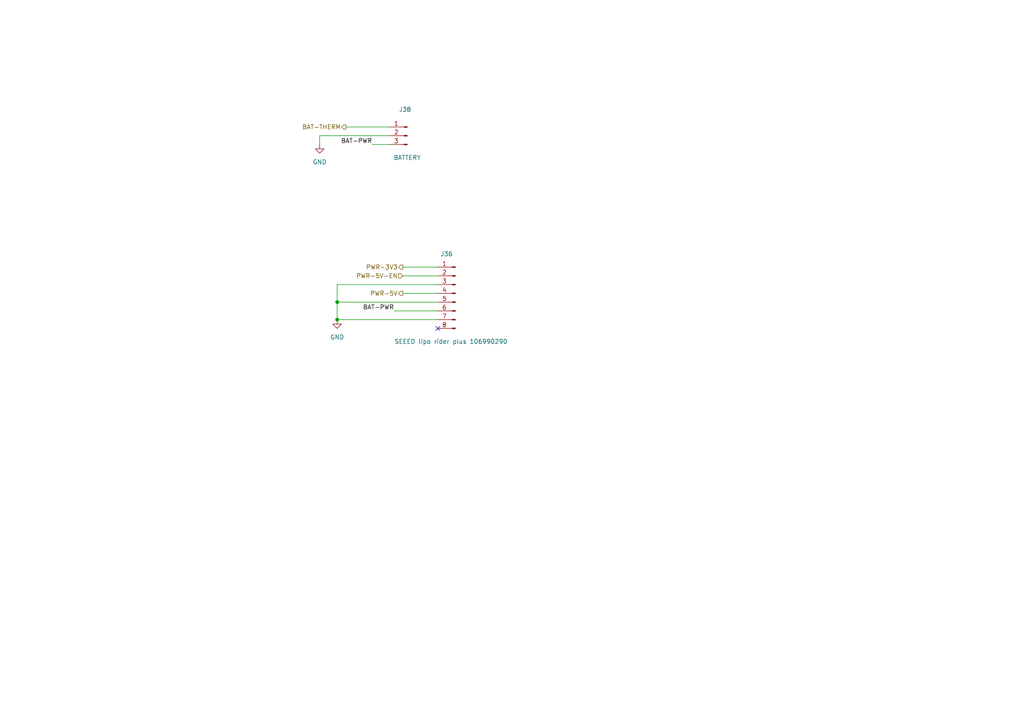
<source format=kicad_sch>
(kicad_sch (version 20230121) (generator eeschema)
  (paper "A4")
  (lib_symbols
    (symbol "Connector:Conn_01x03_Pin" (pin_names (offset 1.016) hide)
      (property "Reference" "J" (at 0 5.08 0))
      (property "Value" "Conn_01x03_Pin" (at 0 -5.08 0))
      (symbol "Conn_01x03_Pin_1_1"
        (polyline (pts (xy 1.27 -2.54) (xy 0.8636 -2.54)) (stroke (width 0.1524)))
        (polyline (pts (xy 1.27 0) (xy 0.8636 0)) (stroke (width 0.1524)))
        (polyline (pts (xy 1.27 2.54) (xy 0.8636 2.54)) (stroke (width 0.1524)))
        (rectangle (start 0.8636 -2.413) (end 0 -2.667) (stroke (width 0.1524)) (fill (type outline)))
        (rectangle (start 0.8636 0.127) (end 0 -0.127) (stroke (width 0.1524)) (fill (type outline)))
        (rectangle (start 0.8636 2.667) (end 0 2.413) (stroke (width 0.1524)) (fill (type outline)))
        (pin passive line (at 5.08 2.54 180) (length 3.81) (name "Pin_1") (number "1"))
        (pin passive line (at 5.08 0 180) (length 3.81) (name "Pin_2") (number "2"))
        (pin passive line (at 5.08 -2.54 180) (length 3.81) (name "Pin_3") (number "3"))
      )
    )
    (symbol "Connector:Conn_01x08_Pin" (pin_names (offset 1.016) hide)
      (property "Reference" "J" (at 0 10.16 0))
      (property "Value" "Conn_01x08_Pin" (at 0 -12.7 0))
      (symbol "Conn_01x08_Pin_1_1"
        (polyline (pts (xy 1.27 -10.16) (xy 0.8636 -10.16)) (stroke (width 0.1524)))
        (polyline (pts (xy 1.27 -7.62) (xy 0.8636 -7.62)) (stroke (width 0.1524)))
        (polyline (pts (xy 1.27 -5.08) (xy 0.8636 -5.08)) (stroke (width 0.1524)))
        (polyline (pts (xy 1.27 -2.54) (xy 0.8636 -2.54)) (stroke (width 0.1524)))
        (polyline (pts (xy 1.27 0) (xy 0.8636 0)) (stroke (width 0.1524)))
        (polyline (pts (xy 1.27 2.54) (xy 0.8636 2.54)) (stroke (width 0.1524)))
        (polyline (pts (xy 1.27 5.08) (xy 0.8636 5.08)) (stroke (width 0.1524)))
        (polyline (pts (xy 1.27 7.62) (xy 0.8636 7.62)) (stroke (width 0.1524)))
        (rectangle (start 0.8636 -10.033) (end 0 -10.287) (stroke (width 0.1524)) (fill (type outline)))
        (rectangle (start 0.8636 -7.493) (end 0 -7.747) (stroke (width 0.1524)) (fill (type outline)))
        (rectangle (start 0.8636 -4.953) (end 0 -5.207) (stroke (width 0.1524)) (fill (type outline)))
        (rectangle (start 0.8636 -2.413) (end 0 -2.667) (stroke (width 0.1524)) (fill (type outline)))
        (rectangle (start 0.8636 0.127) (end 0 -0.127) (stroke (width 0.1524)) (fill (type outline)))
        (rectangle (start 0.8636 2.667) (end 0 2.413) (stroke (width 0.1524)) (fill (type outline)))
        (rectangle (start 0.8636 5.207) (end 0 4.953) (stroke (width 0.1524)) (fill (type outline)))
        (rectangle (start 0.8636 7.747) (end 0 7.493) (stroke (width 0.1524)) (fill (type outline)))
        (pin passive line (at 5.08 7.62 180) (length 3.81) (name "Pin_1") (number "1"))
        (pin passive line (at 5.08 5.08 180) (length 3.81) (name "Pin_2") (number "2"))
        (pin passive line (at 5.08 2.54 180) (length 3.81) (name "Pin_3") (number "3"))
        (pin passive line (at 5.08 0 180) (length 3.81) (name "Pin_4") (number "4"))
        (pin passive line (at 5.08 -2.54 180) (length 3.81) (name "Pin_5") (number "5"))
        (pin passive line (at 5.08 -5.08 180) (length 3.81) (name "Pin_6") (number "6"))
        (pin passive line (at 5.08 -7.62 180) (length 3.81) (name "Pin_7") (number "7"))
        (pin passive line (at 5.08 -10.16 180) (length 3.81) (name "Pin_8") (number "8"))
      )
    )
    (symbol "power:GND" (power) (pin_names (offset 0))
      (property "Value" "GND" (at 0 -3.81 0))
      (symbol "GND_0_1"
        (polyline (pts (xy 0 0) (xy 0 -1.27) (xy 1.27 -1.27) (xy 0 -2.54) (xy -1.27 -1.27) (xy 0 -1.27)))
      )
      (symbol "GND_1_1"
        (pin power_in line (at 0 0 270) (length 0) hide (name "GND") (number "1"))
      )
    )
  )
  (junction (at 97.79 87.63))
  (junction (at 97.79 92.71))
  (no_connect (at 127 95.25))
  (wire (pts (xy 116.84 80.01) (xy 127 80.01)))
  (wire (pts (xy 97.79 92.71) (xy 127 92.71)))
  (wire (pts (xy 114.3 90.17) (xy 127 90.17)))
  (wire (pts (xy 97.79 87.63) (xy 97.79 92.71)))
  (wire (pts (xy 107.95 41.91) (xy 113.03 41.91)))
  (wire (pts (xy 116.84 85.09) (xy 127 85.09)))
  (wire (pts (xy 100.33 36.83) (xy 113.03 36.83)))
  (wire (pts (xy 97.79 82.55) (xy 97.79 87.63)))
  (wire (pts (xy 97.79 87.63) (xy 127 87.63)))
  (wire (pts (xy 116.84 77.47) (xy 127 77.47)))
  (wire (pts (xy 97.79 82.55) (xy 127 82.55)))
  (wire (pts (xy 113.03 39.37) (xy 92.71 39.37)))
  (wire (pts (xy 92.71 39.37) (xy 92.71 41.91)))
  (label "BAT-PWR" (at 107.95 41.91 180))
  (label "BAT-PWR" (at 114.3 90.17 180))
  (hierarchical_label "PWR-3V3" (shape output) (at 116.84 77.47 180))
  (hierarchical_label "PWR-5V" (shape output) (at 116.84 85.09 180))
  (hierarchical_label "BAT-THERM" (shape output) (at 100.33 36.83 180))
  (hierarchical_label "PWR-5V-EN" (shape input) (at 116.84 80.01 180))
  (symbol (lib_id "Connector:Conn_01x08_Pin") (at 132.08 85.09 0) (mirror y) (unit 1)
    (property "Reference" "J36" (at 129.54 73.66 0))
    (property "Value" "SEEED lipo rider plus 106990290" (at 130.81 99.06 0))
  )
  (symbol (lib_id "Connector:Conn_01x03_Pin") (at 118.11 39.37 0) (mirror y) (unit 1)
    (property "Reference" "J38" (at 117.475 31.75 0))
    (property "Value" "BATTERY" (at 118.11 45.72 0))
  )
  (symbol (lib_id "power:GND") (at 92.71 41.91 0) (unit 1)
    (property "Reference" "#PWR015" (effects hide))
    (property "Value" "GND" (at 92.71 46.99 0))
  )
  (symbol (lib_id "power:GND") (at 97.79 92.71 0) (unit 1)
    (property "Reference" "#PWR014" (effects hide))
    (property "Value" "GND" (at 97.79 97.79 0))
  )
)
</source>
